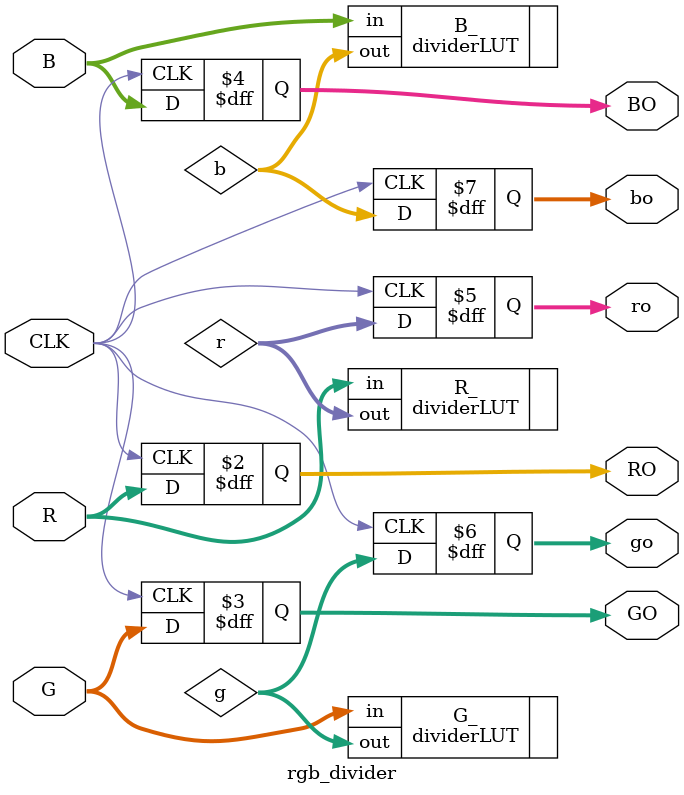
<source format=v>

module rgb_divider (
input  wire [7:0]  R,
input  wire [7:0]  G,
input  wire [7:0]  B,
input  wire        CLK,

output reg  [7:0]  RO,
output reg  [7:0]  GO,
output reg  [7:0]  BO,
output reg  [17:0] ro,
output reg  [17:0] go,
output reg  [17:0] bo
);

wire [17:0] r, g, b;
// Look up the red value
dividerLUT R_ (
.in  (R),
.out (r)
);

// Look up the green value
dividerLUT G_ (
.in  (G),
.out (g)
);

// Look up the blue value
dividerLUT B_ (
.in  (B),
.out (b)
);

always@( posedge CLK )
begin
 RO <= R;
 GO <= G;
 BO <= B;
 
 ro <= r;
 go <= g;
 bo <= b;

end

endmodule

</source>
